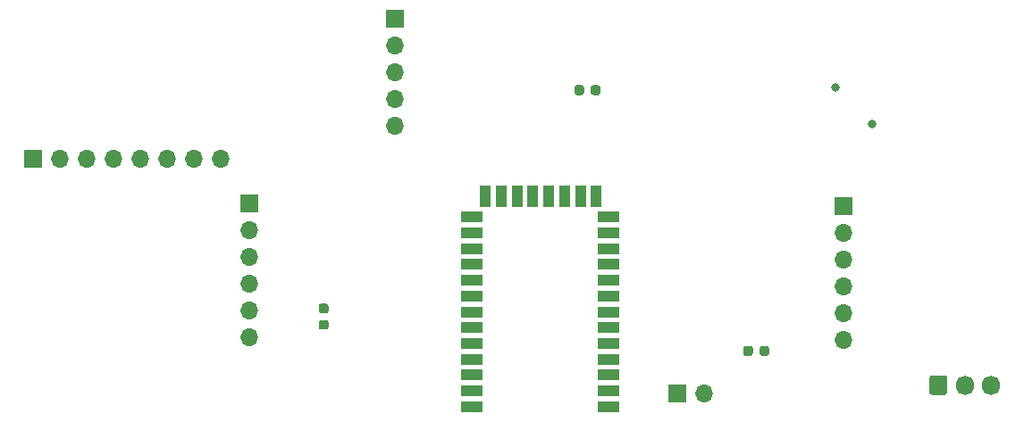
<source format=gbr>
%TF.GenerationSoftware,KiCad,Pcbnew,(5.1.7)-1*%
%TF.CreationDate,2021-05-03T22:06:55+02:00*%
%TF.ProjectId,Kaszmir,4b61737a-6d69-4722-9e6b-696361645f70,rev?*%
%TF.SameCoordinates,Original*%
%TF.FileFunction,Soldermask,Bot*%
%TF.FilePolarity,Negative*%
%FSLAX46Y46*%
G04 Gerber Fmt 4.6, Leading zero omitted, Abs format (unit mm)*
G04 Created by KiCad (PCBNEW (5.1.7)-1) date 2021-05-03 22:06:55*
%MOMM*%
%LPD*%
G01*
G04 APERTURE LIST*
%ADD10O,1.700000X1.850000*%
%ADD11O,1.700000X1.700000*%
%ADD12R,1.700000X1.700000*%
%ADD13C,0.800000*%
%ADD14R,1.000000X2.000000*%
%ADD15R,2.000000X1.000000*%
G04 APERTURE END LIST*
D10*
%TO.C,SW1*%
X138250000Y-161500000D03*
X135750000Y-161500000D03*
G36*
G01*
X132400000Y-162175000D02*
X132400000Y-160825000D01*
G75*
G02*
X132650000Y-160575000I250000J0D01*
G01*
X133850000Y-160575000D01*
G75*
G02*
X134100000Y-160825000I0J-250000D01*
G01*
X134100000Y-162175000D01*
G75*
G02*
X133850000Y-162425000I-250000J0D01*
G01*
X132650000Y-162425000D01*
G75*
G02*
X132400000Y-162175000I0J250000D01*
G01*
G37*
%TD*%
%TO.C,C10*%
G36*
G01*
X99675000Y-133250000D02*
X99675000Y-133750000D01*
G75*
G02*
X99450000Y-133975000I-225000J0D01*
G01*
X99000000Y-133975000D01*
G75*
G02*
X98775000Y-133750000I0J225000D01*
G01*
X98775000Y-133250000D01*
G75*
G02*
X99000000Y-133025000I225000J0D01*
G01*
X99450000Y-133025000D01*
G75*
G02*
X99675000Y-133250000I0J-225000D01*
G01*
G37*
G36*
G01*
X101225000Y-133250000D02*
X101225000Y-133750000D01*
G75*
G02*
X101000000Y-133975000I-225000J0D01*
G01*
X100550000Y-133975000D01*
G75*
G02*
X100325000Y-133750000I0J225000D01*
G01*
X100325000Y-133250000D01*
G75*
G02*
X100550000Y-133025000I225000J0D01*
G01*
X101000000Y-133025000D01*
G75*
G02*
X101225000Y-133250000I0J-225000D01*
G01*
G37*
%TD*%
D11*
%TO.C,STLINK*%
X81750000Y-136910000D03*
X81750000Y-134370000D03*
X81750000Y-131830000D03*
X81750000Y-129290000D03*
D12*
X81750000Y-126750000D03*
%TD*%
D13*
%TO.C,SW3*%
X123500000Y-133250000D03*
%TD*%
%TO.C,SW2*%
X127000000Y-136750000D03*
%TD*%
D14*
%TO.C,R12*%
X100830000Y-143540000D03*
X99330000Y-143540000D03*
X97830000Y-143540000D03*
X96330000Y-143540000D03*
X94830000Y-143540000D03*
X93330000Y-143540000D03*
X91830000Y-143540000D03*
X90330000Y-143540000D03*
D15*
X102030000Y-163540000D03*
X89030000Y-163540000D03*
X102030000Y-162040000D03*
X89030000Y-162040000D03*
X102030000Y-160540000D03*
X89030000Y-160540000D03*
X102030000Y-159040000D03*
X89030000Y-159040000D03*
X102030000Y-157540000D03*
X89030000Y-157540000D03*
X102030000Y-156040000D03*
X89030000Y-156040000D03*
X102030000Y-154540000D03*
X89030000Y-154540000D03*
X102030000Y-153040000D03*
X89030000Y-153040000D03*
X102030000Y-151540000D03*
X89030000Y-151540000D03*
X102030000Y-150040000D03*
X89030000Y-150040000D03*
X102030000Y-148540000D03*
X89030000Y-148540000D03*
X102030000Y-147040000D03*
X89030000Y-147040000D03*
X102030000Y-145540000D03*
X89030000Y-145540000D03*
%TD*%
D11*
%TO.C,J6*%
X68000000Y-156950000D03*
X68000000Y-154410000D03*
X68000000Y-151870000D03*
X68000000Y-149330000D03*
X68000000Y-146790000D03*
D12*
X68000000Y-144250000D03*
%TD*%
D11*
%TO.C,J5*%
X65280000Y-140000000D03*
X62740000Y-140000000D03*
X60200000Y-140000000D03*
X57660000Y-140000000D03*
X55120000Y-140000000D03*
X52580000Y-140000000D03*
X50040000Y-140000000D03*
D12*
X47500000Y-140000000D03*
%TD*%
D11*
%TO.C,J4*%
X124250000Y-157200000D03*
X124250000Y-154660000D03*
X124250000Y-152120000D03*
X124250000Y-149580000D03*
X124250000Y-147040000D03*
D12*
X124250000Y-144500000D03*
%TD*%
D11*
%TO.C,J3*%
X111040000Y-162250000D03*
D12*
X108500000Y-162250000D03*
%TD*%
%TO.C,C6*%
G36*
G01*
X115675000Y-158000000D02*
X115675000Y-158500000D01*
G75*
G02*
X115450000Y-158725000I-225000J0D01*
G01*
X115000000Y-158725000D01*
G75*
G02*
X114775000Y-158500000I0J225000D01*
G01*
X114775000Y-158000000D01*
G75*
G02*
X115000000Y-157775000I225000J0D01*
G01*
X115450000Y-157775000D01*
G75*
G02*
X115675000Y-158000000I0J-225000D01*
G01*
G37*
G36*
G01*
X117225000Y-158000000D02*
X117225000Y-158500000D01*
G75*
G02*
X117000000Y-158725000I-225000J0D01*
G01*
X116550000Y-158725000D01*
G75*
G02*
X116325000Y-158500000I0J225000D01*
G01*
X116325000Y-158000000D01*
G75*
G02*
X116550000Y-157775000I225000J0D01*
G01*
X117000000Y-157775000D01*
G75*
G02*
X117225000Y-158000000I0J-225000D01*
G01*
G37*
%TD*%
%TO.C,C3*%
G36*
G01*
X75250000Y-154675000D02*
X74750000Y-154675000D01*
G75*
G02*
X74525000Y-154450000I0J225000D01*
G01*
X74525000Y-154000000D01*
G75*
G02*
X74750000Y-153775000I225000J0D01*
G01*
X75250000Y-153775000D01*
G75*
G02*
X75475000Y-154000000I0J-225000D01*
G01*
X75475000Y-154450000D01*
G75*
G02*
X75250000Y-154675000I-225000J0D01*
G01*
G37*
G36*
G01*
X75250000Y-156225000D02*
X74750000Y-156225000D01*
G75*
G02*
X74525000Y-156000000I0J225000D01*
G01*
X74525000Y-155550000D01*
G75*
G02*
X74750000Y-155325000I225000J0D01*
G01*
X75250000Y-155325000D01*
G75*
G02*
X75475000Y-155550000I0J-225000D01*
G01*
X75475000Y-156000000D01*
G75*
G02*
X75250000Y-156225000I-225000J0D01*
G01*
G37*
%TD*%
M02*

</source>
